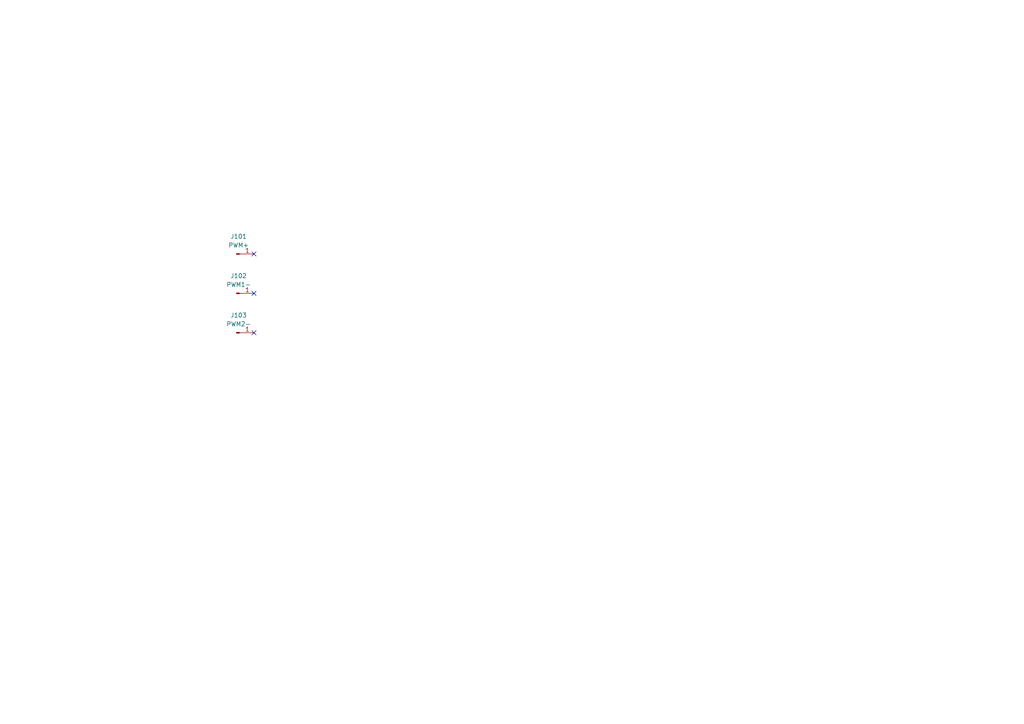
<source format=kicad_sch>
(kicad_sch (version 20230121) (generator eeschema)
  (paper "A4")
  (lib_symbols
    (symbol "Connector:Conn_01x01_Pin" (pin_names (offset 1.016) hide)
      (property "Reference" "J" (at 0 2.54 0))
      (property "Value" "Conn_01x01_Pin" (at 0 -2.54 0))
      (symbol "Conn_01x01_Pin_1_1"
        (polyline (pts (xy 1.27 0) (xy 0.8636 0)) (stroke (width 0.1524)))
        (rectangle (start 0.8636 0.127) (end 0 -0.127) (stroke (width 0.1524)) (fill (type outline)))
        (pin passive line (at 5.08 0 180) (length 3.81) (name "Pin_1") (number "1"))
      )
    )
  )
  (no_connect (at 73.66 85.09))
  (no_connect (at 73.66 96.52))
  (no_connect (at 73.66 73.66))
  (symbol (lib_id "Connector:Conn_01x01_Pin") (at 68.58 85.09 0) (unit 1)
    (property "Reference" "J102" (at 69.215 80.01 0))
    (property "Value" "PWM1-" (at 69.215 82.55 0))
    (property "Footprint" "my_small_pad:my_small_pad" (effects hide))
  )
  (symbol (lib_id "Connector:Conn_01x01_Pin") (at 68.58 73.66 0) (unit 1)
    (property "Reference" "J101" (at 69.215 68.58 0))
    (property "Value" "PWM+" (at 69.215 71.12 0))
    (property "Footprint" "my_small_pad:my_small_pad" (effects hide))
  )
  (symbol (lib_id "Connector:Conn_01x01_Pin") (at 68.58 96.52 0) (unit 1)
    (property "Reference" "J103" (at 69.215 91.44 0))
    (property "Value" "PWM2-" (at 69.215 93.98 0))
    (property "Footprint" "my_small_pad:my_small_pad" (effects hide))
  )
)
</source>
